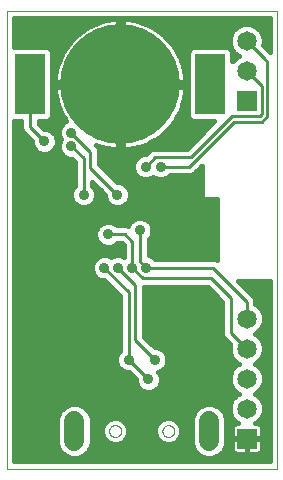
<source format=gbl>
G75*
%MOIN*%
%OFA0B0*%
%FSLAX25Y25*%
%IPPOS*%
%LPD*%
%AMOC8*
5,1,8,0,0,1.08239X$1,22.5*
%
%ADD10C,0.00000*%
%ADD11C,0.06600*%
%ADD12R,0.06500X0.06500*%
%ADD13C,0.06500*%
%ADD14C,0.40000*%
%ADD15R,0.10000X0.20000*%
%ADD16C,0.01600*%
%ADD17C,0.03562*%
%ADD18C,0.01000*%
D10*
X0022622Y0058041D02*
X0022622Y0210541D01*
X0112622Y0210541D01*
X0112622Y0058041D01*
X0022622Y0058041D01*
X0056795Y0070541D02*
X0056797Y0070629D01*
X0056803Y0070717D01*
X0056813Y0070805D01*
X0056827Y0070893D01*
X0056844Y0070979D01*
X0056866Y0071065D01*
X0056891Y0071149D01*
X0056921Y0071233D01*
X0056953Y0071315D01*
X0056990Y0071395D01*
X0057030Y0071474D01*
X0057074Y0071551D01*
X0057121Y0071626D01*
X0057171Y0071698D01*
X0057225Y0071769D01*
X0057281Y0071836D01*
X0057341Y0071902D01*
X0057403Y0071964D01*
X0057469Y0072024D01*
X0057536Y0072080D01*
X0057607Y0072134D01*
X0057679Y0072184D01*
X0057754Y0072231D01*
X0057831Y0072275D01*
X0057910Y0072315D01*
X0057990Y0072352D01*
X0058072Y0072384D01*
X0058156Y0072414D01*
X0058240Y0072439D01*
X0058326Y0072461D01*
X0058412Y0072478D01*
X0058500Y0072492D01*
X0058588Y0072502D01*
X0058676Y0072508D01*
X0058764Y0072510D01*
X0058852Y0072508D01*
X0058940Y0072502D01*
X0059028Y0072492D01*
X0059116Y0072478D01*
X0059202Y0072461D01*
X0059288Y0072439D01*
X0059372Y0072414D01*
X0059456Y0072384D01*
X0059538Y0072352D01*
X0059618Y0072315D01*
X0059697Y0072275D01*
X0059774Y0072231D01*
X0059849Y0072184D01*
X0059921Y0072134D01*
X0059992Y0072080D01*
X0060059Y0072024D01*
X0060125Y0071964D01*
X0060187Y0071902D01*
X0060247Y0071836D01*
X0060303Y0071769D01*
X0060357Y0071698D01*
X0060407Y0071626D01*
X0060454Y0071551D01*
X0060498Y0071474D01*
X0060538Y0071395D01*
X0060575Y0071315D01*
X0060607Y0071233D01*
X0060637Y0071149D01*
X0060662Y0071065D01*
X0060684Y0070979D01*
X0060701Y0070893D01*
X0060715Y0070805D01*
X0060725Y0070717D01*
X0060731Y0070629D01*
X0060733Y0070541D01*
X0060731Y0070453D01*
X0060725Y0070365D01*
X0060715Y0070277D01*
X0060701Y0070189D01*
X0060684Y0070103D01*
X0060662Y0070017D01*
X0060637Y0069933D01*
X0060607Y0069849D01*
X0060575Y0069767D01*
X0060538Y0069687D01*
X0060498Y0069608D01*
X0060454Y0069531D01*
X0060407Y0069456D01*
X0060357Y0069384D01*
X0060303Y0069313D01*
X0060247Y0069246D01*
X0060187Y0069180D01*
X0060125Y0069118D01*
X0060059Y0069058D01*
X0059992Y0069002D01*
X0059921Y0068948D01*
X0059849Y0068898D01*
X0059774Y0068851D01*
X0059697Y0068807D01*
X0059618Y0068767D01*
X0059538Y0068730D01*
X0059456Y0068698D01*
X0059372Y0068668D01*
X0059288Y0068643D01*
X0059202Y0068621D01*
X0059116Y0068604D01*
X0059028Y0068590D01*
X0058940Y0068580D01*
X0058852Y0068574D01*
X0058764Y0068572D01*
X0058676Y0068574D01*
X0058588Y0068580D01*
X0058500Y0068590D01*
X0058412Y0068604D01*
X0058326Y0068621D01*
X0058240Y0068643D01*
X0058156Y0068668D01*
X0058072Y0068698D01*
X0057990Y0068730D01*
X0057910Y0068767D01*
X0057831Y0068807D01*
X0057754Y0068851D01*
X0057679Y0068898D01*
X0057607Y0068948D01*
X0057536Y0069002D01*
X0057469Y0069058D01*
X0057403Y0069118D01*
X0057341Y0069180D01*
X0057281Y0069246D01*
X0057225Y0069313D01*
X0057171Y0069384D01*
X0057121Y0069456D01*
X0057074Y0069531D01*
X0057030Y0069608D01*
X0056990Y0069687D01*
X0056953Y0069767D01*
X0056921Y0069849D01*
X0056891Y0069933D01*
X0056866Y0070017D01*
X0056844Y0070103D01*
X0056827Y0070189D01*
X0056813Y0070277D01*
X0056803Y0070365D01*
X0056797Y0070453D01*
X0056795Y0070541D01*
X0074511Y0070541D02*
X0074513Y0070629D01*
X0074519Y0070717D01*
X0074529Y0070805D01*
X0074543Y0070893D01*
X0074560Y0070979D01*
X0074582Y0071065D01*
X0074607Y0071149D01*
X0074637Y0071233D01*
X0074669Y0071315D01*
X0074706Y0071395D01*
X0074746Y0071474D01*
X0074790Y0071551D01*
X0074837Y0071626D01*
X0074887Y0071698D01*
X0074941Y0071769D01*
X0074997Y0071836D01*
X0075057Y0071902D01*
X0075119Y0071964D01*
X0075185Y0072024D01*
X0075252Y0072080D01*
X0075323Y0072134D01*
X0075395Y0072184D01*
X0075470Y0072231D01*
X0075547Y0072275D01*
X0075626Y0072315D01*
X0075706Y0072352D01*
X0075788Y0072384D01*
X0075872Y0072414D01*
X0075956Y0072439D01*
X0076042Y0072461D01*
X0076128Y0072478D01*
X0076216Y0072492D01*
X0076304Y0072502D01*
X0076392Y0072508D01*
X0076480Y0072510D01*
X0076568Y0072508D01*
X0076656Y0072502D01*
X0076744Y0072492D01*
X0076832Y0072478D01*
X0076918Y0072461D01*
X0077004Y0072439D01*
X0077088Y0072414D01*
X0077172Y0072384D01*
X0077254Y0072352D01*
X0077334Y0072315D01*
X0077413Y0072275D01*
X0077490Y0072231D01*
X0077565Y0072184D01*
X0077637Y0072134D01*
X0077708Y0072080D01*
X0077775Y0072024D01*
X0077841Y0071964D01*
X0077903Y0071902D01*
X0077963Y0071836D01*
X0078019Y0071769D01*
X0078073Y0071698D01*
X0078123Y0071626D01*
X0078170Y0071551D01*
X0078214Y0071474D01*
X0078254Y0071395D01*
X0078291Y0071315D01*
X0078323Y0071233D01*
X0078353Y0071149D01*
X0078378Y0071065D01*
X0078400Y0070979D01*
X0078417Y0070893D01*
X0078431Y0070805D01*
X0078441Y0070717D01*
X0078447Y0070629D01*
X0078449Y0070541D01*
X0078447Y0070453D01*
X0078441Y0070365D01*
X0078431Y0070277D01*
X0078417Y0070189D01*
X0078400Y0070103D01*
X0078378Y0070017D01*
X0078353Y0069933D01*
X0078323Y0069849D01*
X0078291Y0069767D01*
X0078254Y0069687D01*
X0078214Y0069608D01*
X0078170Y0069531D01*
X0078123Y0069456D01*
X0078073Y0069384D01*
X0078019Y0069313D01*
X0077963Y0069246D01*
X0077903Y0069180D01*
X0077841Y0069118D01*
X0077775Y0069058D01*
X0077708Y0069002D01*
X0077637Y0068948D01*
X0077565Y0068898D01*
X0077490Y0068851D01*
X0077413Y0068807D01*
X0077334Y0068767D01*
X0077254Y0068730D01*
X0077172Y0068698D01*
X0077088Y0068668D01*
X0077004Y0068643D01*
X0076918Y0068621D01*
X0076832Y0068604D01*
X0076744Y0068590D01*
X0076656Y0068580D01*
X0076568Y0068574D01*
X0076480Y0068572D01*
X0076392Y0068574D01*
X0076304Y0068580D01*
X0076216Y0068590D01*
X0076128Y0068604D01*
X0076042Y0068621D01*
X0075956Y0068643D01*
X0075872Y0068668D01*
X0075788Y0068698D01*
X0075706Y0068730D01*
X0075626Y0068767D01*
X0075547Y0068807D01*
X0075470Y0068851D01*
X0075395Y0068898D01*
X0075323Y0068948D01*
X0075252Y0069002D01*
X0075185Y0069058D01*
X0075119Y0069118D01*
X0075057Y0069180D01*
X0074997Y0069246D01*
X0074941Y0069313D01*
X0074887Y0069384D01*
X0074837Y0069456D01*
X0074790Y0069531D01*
X0074746Y0069608D01*
X0074706Y0069687D01*
X0074669Y0069767D01*
X0074637Y0069849D01*
X0074607Y0069933D01*
X0074582Y0070017D01*
X0074560Y0070103D01*
X0074543Y0070189D01*
X0074529Y0070277D01*
X0074519Y0070365D01*
X0074513Y0070453D01*
X0074511Y0070541D01*
D11*
X0090063Y0067241D02*
X0090063Y0073841D01*
X0045181Y0073841D02*
X0045181Y0067241D01*
D12*
X0102622Y0068041D03*
X0102622Y0180541D03*
D13*
X0102622Y0190541D03*
X0102622Y0200541D03*
X0102622Y0108041D03*
X0102622Y0098041D03*
X0102622Y0088041D03*
X0102622Y0078041D03*
D14*
X0060435Y0186166D03*
D15*
X0090435Y0186166D03*
X0030435Y0186166D03*
D16*
X0033335Y0173766D02*
X0035912Y0173766D01*
X0036794Y0174132D01*
X0037469Y0174807D01*
X0037835Y0175689D01*
X0037835Y0196644D01*
X0037469Y0197526D01*
X0036794Y0198201D01*
X0035912Y0198566D01*
X0025022Y0198566D01*
X0025022Y0208141D01*
X0110222Y0208141D01*
X0110222Y0197043D01*
X0109890Y0197375D01*
X0109890Y0197375D01*
X0108327Y0198937D01*
X0108148Y0199117D01*
X0108272Y0199417D01*
X0108272Y0201665D01*
X0107412Y0203742D01*
X0105823Y0205331D01*
X0103746Y0206191D01*
X0101498Y0206191D01*
X0099422Y0205331D01*
X0097832Y0203742D01*
X0096972Y0201665D01*
X0096972Y0199417D01*
X0097832Y0197341D01*
X0099422Y0195752D01*
X0099929Y0195541D01*
X0099422Y0195331D01*
X0097835Y0193744D01*
X0097835Y0196644D01*
X0097469Y0197526D01*
X0096794Y0198201D01*
X0095912Y0198566D01*
X0084957Y0198566D01*
X0084075Y0198201D01*
X0083400Y0197526D01*
X0083035Y0196644D01*
X0083035Y0175689D01*
X0083400Y0174807D01*
X0084075Y0174132D01*
X0084957Y0173766D01*
X0091746Y0173766D01*
X0082671Y0164691D01*
X0071420Y0164691D01*
X0070354Y0164250D01*
X0068952Y0162847D01*
X0068040Y0162847D01*
X0066504Y0162211D01*
X0065328Y0161035D01*
X0064691Y0159498D01*
X0064691Y0157835D01*
X0065328Y0156298D01*
X0066504Y0155122D01*
X0068040Y0154485D01*
X0069704Y0154485D01*
X0071241Y0155122D01*
X0071372Y0155253D01*
X0071504Y0155122D01*
X0073040Y0154485D01*
X0074704Y0154485D01*
X0076241Y0155122D01*
X0076885Y0155766D01*
X0083824Y0155766D01*
X0084890Y0156208D01*
X0087622Y0158940D01*
X0087622Y0148041D01*
X0092622Y0148041D01*
X0092622Y0127537D01*
X0091949Y0127816D01*
X0072198Y0127816D01*
X0071553Y0128461D01*
X0070016Y0129097D01*
X0069897Y0129097D01*
X0069897Y0134403D01*
X0070542Y0135048D01*
X0071178Y0136585D01*
X0071178Y0138248D01*
X0070542Y0139785D01*
X0069366Y0140961D01*
X0067829Y0141597D01*
X0066165Y0141597D01*
X0064629Y0140961D01*
X0063453Y0139785D01*
X0063070Y0138861D01*
X0062574Y0139066D01*
X0059385Y0139066D01*
X0058741Y0139711D01*
X0057204Y0140347D01*
X0055540Y0140347D01*
X0054004Y0139711D01*
X0052828Y0138535D01*
X0052191Y0136998D01*
X0052191Y0135335D01*
X0052828Y0133798D01*
X0054004Y0132622D01*
X0055540Y0131985D01*
X0057204Y0131985D01*
X0058741Y0132622D01*
X0059385Y0133266D01*
X0060796Y0133266D01*
X0061597Y0132465D01*
X0061597Y0128702D01*
X0060641Y0129097D01*
X0058978Y0129097D01*
X0057466Y0128471D01*
X0055954Y0129097D01*
X0054290Y0129097D01*
X0052754Y0128461D01*
X0051578Y0127285D01*
X0050941Y0125748D01*
X0050941Y0124085D01*
X0051578Y0122548D01*
X0052754Y0121372D01*
X0054290Y0120735D01*
X0055202Y0120735D01*
X0060347Y0115590D01*
X0060347Y0097304D01*
X0059703Y0096660D01*
X0059066Y0095123D01*
X0059066Y0093460D01*
X0059703Y0091923D01*
X0060879Y0090747D01*
X0062415Y0090110D01*
X0063327Y0090110D01*
X0065629Y0087809D01*
X0065629Y0086897D01*
X0066265Y0085360D01*
X0067441Y0084184D01*
X0068978Y0083548D01*
X0070641Y0083548D01*
X0072178Y0084184D01*
X0073354Y0085360D01*
X0073991Y0086897D01*
X0073991Y0088561D01*
X0073354Y0090097D01*
X0073191Y0090260D01*
X0074366Y0090747D01*
X0075542Y0091923D01*
X0076178Y0093460D01*
X0076178Y0095123D01*
X0075542Y0096660D01*
X0074366Y0097836D01*
X0072829Y0098472D01*
X0071917Y0098472D01*
X0068335Y0102055D01*
X0068335Y0118579D01*
X0089546Y0118579D01*
X0094410Y0113715D01*
X0094410Y0102777D01*
X0094851Y0101711D01*
X0095667Y0100895D01*
X0097097Y0099466D01*
X0096972Y0099165D01*
X0096972Y0096917D01*
X0097832Y0094841D01*
X0099422Y0093252D01*
X0099929Y0093041D01*
X0099422Y0092831D01*
X0097832Y0091242D01*
X0096972Y0089165D01*
X0096972Y0086917D01*
X0097832Y0084841D01*
X0099422Y0083252D01*
X0099929Y0083041D01*
X0099422Y0082831D01*
X0097832Y0081242D01*
X0096972Y0079165D01*
X0096972Y0076917D01*
X0097832Y0074841D01*
X0099422Y0073252D01*
X0099808Y0073091D01*
X0099135Y0073091D01*
X0098677Y0072969D01*
X0098267Y0072732D01*
X0097932Y0072397D01*
X0097695Y0071986D01*
X0097572Y0071528D01*
X0097572Y0068116D01*
X0102547Y0068116D01*
X0102547Y0067966D01*
X0102697Y0067966D01*
X0102697Y0062991D01*
X0106109Y0062991D01*
X0106567Y0063114D01*
X0106977Y0063351D01*
X0107313Y0063686D01*
X0107549Y0064097D01*
X0107672Y0064554D01*
X0107672Y0067966D01*
X0102697Y0067966D01*
X0102697Y0068116D01*
X0107672Y0068116D01*
X0107672Y0071528D01*
X0107549Y0071986D01*
X0107313Y0072397D01*
X0106977Y0072732D01*
X0106567Y0072969D01*
X0106109Y0073091D01*
X0105436Y0073091D01*
X0105823Y0073252D01*
X0107412Y0074841D01*
X0108272Y0076917D01*
X0108272Y0079165D01*
X0107412Y0081242D01*
X0105823Y0082831D01*
X0105315Y0083041D01*
X0105823Y0083252D01*
X0107412Y0084841D01*
X0108272Y0086917D01*
X0108272Y0089165D01*
X0107412Y0091242D01*
X0105823Y0092831D01*
X0105315Y0093041D01*
X0105823Y0093252D01*
X0107412Y0094841D01*
X0108272Y0096917D01*
X0108272Y0099165D01*
X0107412Y0101242D01*
X0105823Y0102831D01*
X0105315Y0103041D01*
X0105823Y0103252D01*
X0107412Y0104841D01*
X0108272Y0106917D01*
X0108272Y0109165D01*
X0107412Y0111242D01*
X0105823Y0112831D01*
X0105522Y0112956D01*
X0105522Y0114243D01*
X0105081Y0115309D01*
X0099848Y0120541D01*
X0110222Y0120541D01*
X0110222Y0060441D01*
X0025022Y0060441D01*
X0025022Y0173766D01*
X0027535Y0173766D01*
X0027535Y0171214D01*
X0027976Y0170149D01*
X0030941Y0167184D01*
X0030941Y0166272D01*
X0031578Y0164735D01*
X0032754Y0163559D01*
X0034290Y0162923D01*
X0035954Y0162923D01*
X0037491Y0163559D01*
X0038667Y0164735D01*
X0039303Y0166272D01*
X0039303Y0167936D01*
X0038667Y0169472D01*
X0037491Y0170648D01*
X0035954Y0171285D01*
X0035042Y0171285D01*
X0033335Y0172993D01*
X0033335Y0173766D01*
X0033335Y0173134D02*
X0041490Y0173134D01*
X0041816Y0173461D02*
X0040640Y0172285D01*
X0040004Y0170748D01*
X0040004Y0169085D01*
X0040565Y0167729D01*
X0040004Y0166373D01*
X0040004Y0164710D01*
X0040640Y0163173D01*
X0041816Y0161997D01*
X0043353Y0161360D01*
X0044265Y0161360D01*
X0045347Y0160278D01*
X0045347Y0152304D01*
X0044703Y0151660D01*
X0044066Y0150123D01*
X0044066Y0148460D01*
X0044703Y0146923D01*
X0045879Y0145747D01*
X0047415Y0145110D01*
X0049079Y0145110D01*
X0050616Y0145747D01*
X0051792Y0146923D01*
X0052428Y0148460D01*
X0052428Y0150123D01*
X0051792Y0151660D01*
X0051147Y0152304D01*
X0051147Y0153540D01*
X0055316Y0149371D01*
X0055316Y0148460D01*
X0055953Y0146923D01*
X0057129Y0145747D01*
X0058665Y0145110D01*
X0060329Y0145110D01*
X0061866Y0145747D01*
X0063042Y0146923D01*
X0063678Y0148460D01*
X0063678Y0150123D01*
X0063042Y0151660D01*
X0061866Y0152836D01*
X0060329Y0153472D01*
X0059417Y0153472D01*
X0053335Y0159555D01*
X0053335Y0164243D01*
X0052893Y0165309D01*
X0052236Y0165966D01*
X0052883Y0165698D01*
X0054513Y0165169D01*
X0056178Y0164769D01*
X0057870Y0164501D01*
X0059578Y0164366D01*
X0059635Y0164366D01*
X0059635Y0185366D01*
X0061235Y0185366D01*
X0061235Y0186966D01*
X0082235Y0186966D01*
X0082235Y0187023D01*
X0082100Y0188731D01*
X0081832Y0190423D01*
X0081432Y0192088D01*
X0080903Y0193718D01*
X0080247Y0195300D01*
X0079470Y0196826D01*
X0078575Y0198287D01*
X0077568Y0199673D01*
X0076455Y0200976D01*
X0075244Y0202187D01*
X0073941Y0203299D01*
X0072555Y0204306D01*
X0071095Y0205201D01*
X0069568Y0205979D01*
X0067986Y0206635D01*
X0066357Y0207164D01*
X0064691Y0207564D01*
X0062999Y0207832D01*
X0061291Y0207966D01*
X0061235Y0207966D01*
X0061235Y0186966D01*
X0059635Y0186966D01*
X0059635Y0185366D01*
X0038635Y0185366D01*
X0038635Y0185310D01*
X0038769Y0183602D01*
X0039037Y0181910D01*
X0039437Y0180244D01*
X0039966Y0178615D01*
X0040622Y0177033D01*
X0041400Y0175506D01*
X0042295Y0174046D01*
X0042511Y0173748D01*
X0041816Y0173461D01*
X0041874Y0174733D02*
X0037395Y0174733D01*
X0037835Y0176331D02*
X0040979Y0176331D01*
X0040250Y0177930D02*
X0037835Y0177930D01*
X0037835Y0179528D02*
X0039670Y0179528D01*
X0039225Y0181127D02*
X0037835Y0181127D01*
X0037835Y0182725D02*
X0038908Y0182725D01*
X0038712Y0184324D02*
X0037835Y0184324D01*
X0037835Y0185922D02*
X0059635Y0185922D01*
X0059635Y0186966D02*
X0038635Y0186966D01*
X0038635Y0187023D01*
X0038769Y0188731D01*
X0039037Y0190423D01*
X0039437Y0192088D01*
X0039966Y0193718D01*
X0040622Y0195300D01*
X0041400Y0196826D01*
X0042295Y0198287D01*
X0043302Y0199673D01*
X0044414Y0200976D01*
X0045625Y0202187D01*
X0046928Y0203299D01*
X0048314Y0204306D01*
X0049775Y0205201D01*
X0051301Y0205979D01*
X0052883Y0206635D01*
X0054513Y0207164D01*
X0056178Y0207564D01*
X0057870Y0207832D01*
X0059578Y0207966D01*
X0059635Y0207966D01*
X0059635Y0186966D01*
X0059635Y0187521D02*
X0061235Y0187521D01*
X0061235Y0189119D02*
X0059635Y0189119D01*
X0059635Y0190718D02*
X0061235Y0190718D01*
X0061235Y0192316D02*
X0059635Y0192316D01*
X0059635Y0193915D02*
X0061235Y0193915D01*
X0061235Y0195513D02*
X0059635Y0195513D01*
X0059635Y0197112D02*
X0061235Y0197112D01*
X0061235Y0198710D02*
X0059635Y0198710D01*
X0059635Y0200309D02*
X0061235Y0200309D01*
X0061235Y0201907D02*
X0059635Y0201907D01*
X0059635Y0203506D02*
X0061235Y0203506D01*
X0061235Y0205104D02*
X0059635Y0205104D01*
X0059635Y0206703D02*
X0061235Y0206703D01*
X0067776Y0206703D02*
X0110222Y0206703D01*
X0110222Y0205104D02*
X0106049Y0205104D01*
X0107510Y0203506D02*
X0110222Y0203506D01*
X0110222Y0201907D02*
X0108172Y0201907D01*
X0108272Y0200309D02*
X0110222Y0200309D01*
X0110222Y0198710D02*
X0108554Y0198710D01*
X0110153Y0197112D02*
X0110222Y0197112D01*
X0099861Y0195513D02*
X0097835Y0195513D01*
X0097835Y0193915D02*
X0098005Y0193915D01*
X0098061Y0197112D02*
X0097641Y0197112D01*
X0097265Y0198710D02*
X0078267Y0198710D01*
X0079295Y0197112D02*
X0083229Y0197112D01*
X0083035Y0195513D02*
X0080139Y0195513D01*
X0080821Y0193915D02*
X0083035Y0193915D01*
X0083035Y0192316D02*
X0081358Y0192316D01*
X0081761Y0190718D02*
X0083035Y0190718D01*
X0083035Y0189119D02*
X0082039Y0189119D01*
X0082195Y0187521D02*
X0083035Y0187521D01*
X0083035Y0185922D02*
X0061235Y0185922D01*
X0061235Y0185366D02*
X0082235Y0185366D01*
X0082235Y0185310D01*
X0082100Y0183602D01*
X0081832Y0181910D01*
X0081432Y0180244D01*
X0080903Y0178615D01*
X0080247Y0177033D01*
X0079470Y0175506D01*
X0078575Y0174046D01*
X0077568Y0172660D01*
X0076455Y0171357D01*
X0075244Y0170146D01*
X0073941Y0169033D01*
X0072555Y0168026D01*
X0071095Y0167131D01*
X0069568Y0166354D01*
X0067986Y0165698D01*
X0066357Y0165169D01*
X0064691Y0164769D01*
X0062999Y0164501D01*
X0061291Y0164366D01*
X0061235Y0164366D01*
X0061235Y0185366D01*
X0061235Y0184324D02*
X0059635Y0184324D01*
X0059635Y0182725D02*
X0061235Y0182725D01*
X0061235Y0181127D02*
X0059635Y0181127D01*
X0059635Y0179528D02*
X0061235Y0179528D01*
X0061235Y0177930D02*
X0059635Y0177930D01*
X0059635Y0176331D02*
X0061235Y0176331D01*
X0061235Y0174733D02*
X0059635Y0174733D01*
X0059635Y0173134D02*
X0061235Y0173134D01*
X0061235Y0171536D02*
X0059635Y0171536D01*
X0059635Y0169937D02*
X0061235Y0169937D01*
X0061235Y0168339D02*
X0059635Y0168339D01*
X0059635Y0166740D02*
X0061235Y0166740D01*
X0061235Y0165142D02*
X0059635Y0165142D01*
X0054625Y0165142D02*
X0052963Y0165142D01*
X0053335Y0163543D02*
X0069648Y0163543D01*
X0070327Y0166740D02*
X0084720Y0166740D01*
X0086318Y0168339D02*
X0072985Y0168339D01*
X0075000Y0169937D02*
X0087917Y0169937D01*
X0089515Y0171536D02*
X0076608Y0171536D01*
X0077913Y0173134D02*
X0091114Y0173134D01*
X0083474Y0174733D02*
X0078996Y0174733D01*
X0079890Y0176331D02*
X0083035Y0176331D01*
X0083035Y0177930D02*
X0080619Y0177930D01*
X0081200Y0179528D02*
X0083035Y0179528D01*
X0083035Y0181127D02*
X0081644Y0181127D01*
X0081961Y0182725D02*
X0083035Y0182725D01*
X0083035Y0184324D02*
X0082157Y0184324D01*
X0077025Y0200309D02*
X0096972Y0200309D01*
X0097072Y0201907D02*
X0075523Y0201907D01*
X0073657Y0203506D02*
X0097735Y0203506D01*
X0099195Y0205104D02*
X0071253Y0205104D01*
X0053093Y0206703D02*
X0025022Y0206703D01*
X0025022Y0205104D02*
X0049616Y0205104D01*
X0047212Y0203506D02*
X0025022Y0203506D01*
X0025022Y0201907D02*
X0045346Y0201907D01*
X0043845Y0200309D02*
X0025022Y0200309D01*
X0025022Y0198710D02*
X0042602Y0198710D01*
X0041574Y0197112D02*
X0037641Y0197112D01*
X0037835Y0195513D02*
X0040730Y0195513D01*
X0040048Y0193915D02*
X0037835Y0193915D01*
X0037835Y0192316D02*
X0039511Y0192316D01*
X0039108Y0190718D02*
X0037835Y0190718D01*
X0037835Y0189119D02*
X0038831Y0189119D01*
X0038674Y0187521D02*
X0037835Y0187521D01*
X0040330Y0171536D02*
X0034792Y0171536D01*
X0038202Y0169937D02*
X0040004Y0169937D01*
X0040313Y0168339D02*
X0039136Y0168339D01*
X0039303Y0166740D02*
X0040156Y0166740D01*
X0040004Y0165142D02*
X0038835Y0165142D01*
X0037452Y0163543D02*
X0040487Y0163543D01*
X0041942Y0161945D02*
X0025022Y0161945D01*
X0025022Y0163543D02*
X0032793Y0163543D01*
X0031409Y0165142D02*
X0025022Y0165142D01*
X0025022Y0166740D02*
X0030941Y0166740D01*
X0029786Y0168339D02*
X0025022Y0168339D01*
X0025022Y0169937D02*
X0028188Y0169937D01*
X0027535Y0171536D02*
X0025022Y0171536D01*
X0025022Y0173134D02*
X0027535Y0173134D01*
X0025022Y0160346D02*
X0045279Y0160346D01*
X0045347Y0158748D02*
X0025022Y0158748D01*
X0025022Y0157149D02*
X0045347Y0157149D01*
X0045347Y0155551D02*
X0025022Y0155551D01*
X0025022Y0153952D02*
X0045347Y0153952D01*
X0045347Y0152354D02*
X0025022Y0152354D01*
X0025022Y0150755D02*
X0044328Y0150755D01*
X0044066Y0149156D02*
X0025022Y0149156D01*
X0025022Y0147558D02*
X0044440Y0147558D01*
X0045666Y0145959D02*
X0025022Y0145959D01*
X0025022Y0144361D02*
X0092622Y0144361D01*
X0092622Y0145959D02*
X0062078Y0145959D01*
X0063305Y0147558D02*
X0092622Y0147558D01*
X0092622Y0142762D02*
X0025022Y0142762D01*
X0025022Y0141164D02*
X0065119Y0141164D01*
X0063362Y0139565D02*
X0058886Y0139565D01*
X0056916Y0145959D02*
X0050828Y0145959D01*
X0052055Y0147558D02*
X0055690Y0147558D01*
X0055316Y0149156D02*
X0052428Y0149156D01*
X0052166Y0150755D02*
X0053932Y0150755D01*
X0052334Y0152354D02*
X0051147Y0152354D01*
X0055741Y0157149D02*
X0064975Y0157149D01*
X0064691Y0158748D02*
X0054142Y0158748D01*
X0053335Y0160346D02*
X0065042Y0160346D01*
X0066237Y0161945D02*
X0053335Y0161945D01*
X0057339Y0155551D02*
X0066075Y0155551D01*
X0062348Y0152354D02*
X0087622Y0152354D01*
X0087622Y0153952D02*
X0058938Y0153952D01*
X0063416Y0150755D02*
X0087622Y0150755D01*
X0087622Y0149156D02*
X0063678Y0149156D01*
X0068875Y0141164D02*
X0092622Y0141164D01*
X0092622Y0139565D02*
X0070633Y0139565D01*
X0071178Y0137967D02*
X0092622Y0137967D01*
X0092622Y0136368D02*
X0071089Y0136368D01*
X0070264Y0134770D02*
X0092622Y0134770D01*
X0092622Y0133171D02*
X0069897Y0133171D01*
X0069897Y0131573D02*
X0092622Y0131573D01*
X0092622Y0129974D02*
X0069897Y0129974D01*
X0071638Y0128376D02*
X0092622Y0128376D01*
X0090939Y0117186D02*
X0068335Y0117186D01*
X0068335Y0115588D02*
X0092537Y0115588D01*
X0094136Y0113989D02*
X0068335Y0113989D01*
X0068335Y0112391D02*
X0094410Y0112391D01*
X0094410Y0110792D02*
X0068335Y0110792D01*
X0068335Y0109194D02*
X0094410Y0109194D01*
X0094410Y0107595D02*
X0068335Y0107595D01*
X0068335Y0105997D02*
X0094410Y0105997D01*
X0094410Y0104398D02*
X0068335Y0104398D01*
X0068335Y0102800D02*
X0094410Y0102800D01*
X0095361Y0101201D02*
X0069189Y0101201D01*
X0070787Y0099603D02*
X0096960Y0099603D01*
X0096972Y0098004D02*
X0073959Y0098004D01*
X0075647Y0096406D02*
X0097184Y0096406D01*
X0097866Y0094807D02*
X0076178Y0094807D01*
X0076074Y0093209D02*
X0099525Y0093209D01*
X0098201Y0091610D02*
X0075229Y0091610D01*
X0073991Y0088413D02*
X0096972Y0088413D01*
X0097015Y0086815D02*
X0073957Y0086815D01*
X0073210Y0085216D02*
X0097677Y0085216D01*
X0099056Y0083618D02*
X0070810Y0083618D01*
X0068810Y0083618D02*
X0025022Y0083618D01*
X0025022Y0085216D02*
X0066409Y0085216D01*
X0065663Y0086815D02*
X0025022Y0086815D01*
X0025022Y0088413D02*
X0065024Y0088413D01*
X0063426Y0090012D02*
X0025022Y0090012D01*
X0025022Y0091610D02*
X0060015Y0091610D01*
X0059170Y0093209D02*
X0025022Y0093209D01*
X0025022Y0094807D02*
X0059066Y0094807D01*
X0059597Y0096406D02*
X0025022Y0096406D01*
X0025022Y0098004D02*
X0060347Y0098004D01*
X0060347Y0099603D02*
X0025022Y0099603D01*
X0025022Y0101201D02*
X0060347Y0101201D01*
X0060347Y0102800D02*
X0025022Y0102800D01*
X0025022Y0104398D02*
X0060347Y0104398D01*
X0060347Y0105997D02*
X0025022Y0105997D01*
X0025022Y0107595D02*
X0060347Y0107595D01*
X0060347Y0109194D02*
X0025022Y0109194D01*
X0025022Y0110792D02*
X0060347Y0110792D01*
X0060347Y0112391D02*
X0025022Y0112391D01*
X0025022Y0113989D02*
X0060347Y0113989D01*
X0060347Y0115588D02*
X0025022Y0115588D01*
X0025022Y0117186D02*
X0058751Y0117186D01*
X0057153Y0118785D02*
X0025022Y0118785D01*
X0025022Y0120383D02*
X0055554Y0120383D01*
X0052144Y0121982D02*
X0025022Y0121982D01*
X0025022Y0123580D02*
X0051150Y0123580D01*
X0050941Y0125179D02*
X0025022Y0125179D01*
X0025022Y0126777D02*
X0051367Y0126777D01*
X0052669Y0128376D02*
X0025022Y0128376D01*
X0025022Y0129974D02*
X0061597Y0129974D01*
X0061597Y0131573D02*
X0025022Y0131573D01*
X0025022Y0133171D02*
X0053454Y0133171D01*
X0052425Y0134770D02*
X0025022Y0134770D01*
X0025022Y0136368D02*
X0052191Y0136368D01*
X0052592Y0137967D02*
X0025022Y0137967D01*
X0025022Y0139565D02*
X0053858Y0139565D01*
X0059290Y0133171D02*
X0060891Y0133171D01*
X0076669Y0155551D02*
X0087622Y0155551D01*
X0087622Y0157149D02*
X0085831Y0157149D01*
X0087430Y0158748D02*
X0087622Y0158748D01*
X0083121Y0165142D02*
X0066244Y0165142D01*
X0100006Y0120383D02*
X0110222Y0120383D01*
X0110222Y0118785D02*
X0101605Y0118785D01*
X0103203Y0117186D02*
X0110222Y0117186D01*
X0110222Y0115588D02*
X0104802Y0115588D01*
X0105522Y0113989D02*
X0110222Y0113989D01*
X0110222Y0112391D02*
X0106263Y0112391D01*
X0107598Y0110792D02*
X0110222Y0110792D01*
X0110222Y0109194D02*
X0108260Y0109194D01*
X0108272Y0107595D02*
X0110222Y0107595D01*
X0110222Y0105997D02*
X0107891Y0105997D01*
X0106969Y0104398D02*
X0110222Y0104398D01*
X0110222Y0102800D02*
X0105854Y0102800D01*
X0107429Y0101201D02*
X0110222Y0101201D01*
X0110222Y0099603D02*
X0108091Y0099603D01*
X0108272Y0098004D02*
X0110222Y0098004D01*
X0110222Y0096406D02*
X0108060Y0096406D01*
X0107378Y0094807D02*
X0110222Y0094807D01*
X0110222Y0093209D02*
X0105719Y0093209D01*
X0107044Y0091610D02*
X0110222Y0091610D01*
X0110222Y0090012D02*
X0107922Y0090012D01*
X0108272Y0088413D02*
X0110222Y0088413D01*
X0110222Y0086815D02*
X0108230Y0086815D01*
X0107567Y0085216D02*
X0110222Y0085216D01*
X0110222Y0083618D02*
X0106189Y0083618D01*
X0106635Y0082019D02*
X0110222Y0082019D01*
X0110222Y0080420D02*
X0107752Y0080420D01*
X0108272Y0078822D02*
X0110222Y0078822D01*
X0110222Y0077223D02*
X0108272Y0077223D01*
X0107737Y0075625D02*
X0110222Y0075625D01*
X0110222Y0074026D02*
X0106598Y0074026D01*
X0107281Y0072428D02*
X0110222Y0072428D01*
X0110222Y0070829D02*
X0107672Y0070829D01*
X0107672Y0069231D02*
X0110222Y0069231D01*
X0110222Y0067632D02*
X0107672Y0067632D01*
X0107672Y0066034D02*
X0110222Y0066034D01*
X0110222Y0064435D02*
X0107640Y0064435D01*
X0110222Y0062837D02*
X0093720Y0062837D01*
X0093292Y0062409D02*
X0094895Y0064013D01*
X0095763Y0066108D01*
X0095763Y0074975D01*
X0094895Y0077070D01*
X0093292Y0078674D01*
X0091197Y0079541D01*
X0088929Y0079541D01*
X0086834Y0078674D01*
X0085231Y0077070D01*
X0084363Y0074975D01*
X0084363Y0066108D01*
X0085231Y0064013D01*
X0086834Y0062409D01*
X0088929Y0061541D01*
X0091197Y0061541D01*
X0093292Y0062409D01*
X0095070Y0064435D02*
X0097604Y0064435D01*
X0097572Y0064554D02*
X0097695Y0064097D01*
X0097932Y0063686D01*
X0098267Y0063351D01*
X0098677Y0063114D01*
X0099135Y0062991D01*
X0102547Y0062991D01*
X0102547Y0067966D01*
X0097572Y0067966D01*
X0097572Y0064554D01*
X0097572Y0066034D02*
X0095733Y0066034D01*
X0095763Y0067632D02*
X0097572Y0067632D01*
X0097572Y0069231D02*
X0095763Y0069231D01*
X0095763Y0070829D02*
X0097572Y0070829D01*
X0097963Y0072428D02*
X0095763Y0072428D01*
X0095763Y0074026D02*
X0098647Y0074026D01*
X0097508Y0075625D02*
X0095494Y0075625D01*
X0094742Y0077223D02*
X0096972Y0077223D01*
X0096972Y0078822D02*
X0092934Y0078822D01*
X0097492Y0080420D02*
X0025022Y0080420D01*
X0025022Y0078822D02*
X0042311Y0078822D01*
X0041952Y0078674D02*
X0040349Y0077070D01*
X0039481Y0074975D01*
X0039481Y0066108D01*
X0040349Y0064013D01*
X0041952Y0062409D01*
X0044047Y0061541D01*
X0046315Y0061541D01*
X0048410Y0062409D01*
X0050013Y0064013D01*
X0050881Y0066108D01*
X0050881Y0074975D01*
X0050013Y0077070D01*
X0048410Y0078674D01*
X0046315Y0079541D01*
X0044047Y0079541D01*
X0041952Y0078674D01*
X0040502Y0077223D02*
X0025022Y0077223D01*
X0025022Y0075625D02*
X0039750Y0075625D01*
X0039481Y0074026D02*
X0025022Y0074026D01*
X0025022Y0072428D02*
X0039481Y0072428D01*
X0039481Y0070829D02*
X0025022Y0070829D01*
X0025022Y0069231D02*
X0039481Y0069231D01*
X0039481Y0067632D02*
X0025022Y0067632D01*
X0025022Y0066034D02*
X0039512Y0066034D01*
X0040174Y0064435D02*
X0025022Y0064435D01*
X0025022Y0062837D02*
X0041525Y0062837D01*
X0048838Y0062837D02*
X0086407Y0062837D01*
X0085056Y0064435D02*
X0050189Y0064435D01*
X0050851Y0066034D02*
X0084394Y0066034D01*
X0084363Y0067632D02*
X0079750Y0067632D01*
X0080184Y0068067D02*
X0080849Y0069672D01*
X0080849Y0071410D01*
X0080184Y0073016D01*
X0078955Y0074245D01*
X0077349Y0074910D01*
X0075611Y0074910D01*
X0074006Y0074245D01*
X0072777Y0073016D01*
X0072112Y0071410D01*
X0072112Y0069672D01*
X0072777Y0068067D01*
X0074006Y0066838D01*
X0075611Y0066173D01*
X0077349Y0066173D01*
X0078955Y0066838D01*
X0080184Y0068067D01*
X0080666Y0069231D02*
X0084363Y0069231D01*
X0084363Y0070829D02*
X0080849Y0070829D01*
X0080427Y0072428D02*
X0084363Y0072428D01*
X0084363Y0074026D02*
X0079173Y0074026D01*
X0073788Y0074026D02*
X0061457Y0074026D01*
X0061238Y0074245D02*
X0059633Y0074910D01*
X0057895Y0074910D01*
X0056289Y0074245D01*
X0055060Y0073016D01*
X0054395Y0071410D01*
X0054395Y0069672D01*
X0055060Y0068067D01*
X0056289Y0066838D01*
X0057895Y0066173D01*
X0059633Y0066173D01*
X0061238Y0066838D01*
X0062467Y0068067D01*
X0063132Y0069672D01*
X0063132Y0071410D01*
X0062467Y0073016D01*
X0061238Y0074245D01*
X0062711Y0072428D02*
X0072533Y0072428D01*
X0072112Y0070829D02*
X0063132Y0070829D01*
X0062950Y0069231D02*
X0072295Y0069231D01*
X0073211Y0067632D02*
X0062033Y0067632D01*
X0056071Y0074026D02*
X0050881Y0074026D01*
X0050881Y0072428D02*
X0054817Y0072428D01*
X0054395Y0070829D02*
X0050881Y0070829D01*
X0050881Y0069231D02*
X0054578Y0069231D01*
X0055495Y0067632D02*
X0050881Y0067632D01*
X0050612Y0075625D02*
X0084632Y0075625D01*
X0085384Y0077223D02*
X0049860Y0077223D01*
X0048052Y0078822D02*
X0087193Y0078822D01*
X0097323Y0090012D02*
X0073390Y0090012D01*
X0098610Y0082019D02*
X0025022Y0082019D01*
X0025022Y0061238D02*
X0110222Y0061238D01*
X0102697Y0064435D02*
X0102547Y0064435D01*
X0102547Y0066034D02*
X0102697Y0066034D01*
X0102697Y0067632D02*
X0102547Y0067632D01*
D17*
X0089497Y0083666D03*
X0080122Y0061791D03*
X0067622Y0061791D03*
X0055122Y0061791D03*
X0069810Y0087729D03*
X0071997Y0094291D03*
X0063247Y0094291D03*
X0056372Y0105541D03*
X0055122Y0116791D03*
X0055122Y0124916D03*
X0059810Y0124916D03*
X0064497Y0124916D03*
X0069185Y0124916D03*
X0066997Y0137416D03*
X0059497Y0149291D03*
X0056372Y0136166D03*
X0049497Y0124916D03*
X0037622Y0113041D03*
X0027622Y0123666D03*
X0027622Y0133041D03*
X0044185Y0165541D03*
X0044185Y0169916D03*
X0035122Y0167104D03*
X0048247Y0149291D03*
X0056372Y0163666D03*
X0068872Y0158666D03*
X0073872Y0158666D03*
X0090435Y0137416D03*
X0077622Y0116791D03*
X0106997Y0117416D03*
X0093122Y0200541D03*
X0063122Y0200541D03*
X0038872Y0095541D03*
D18*
X0063247Y0116791D02*
X0055122Y0124916D01*
X0059810Y0124916D02*
X0065435Y0119291D01*
X0065435Y0100854D01*
X0071997Y0094291D01*
X0069810Y0087729D02*
X0063247Y0094291D01*
X0063247Y0116791D01*
X0067935Y0121479D02*
X0064497Y0124916D01*
X0064497Y0133666D01*
X0061997Y0136166D01*
X0056372Y0136166D01*
X0059497Y0149291D02*
X0050435Y0158354D01*
X0050435Y0163666D01*
X0044185Y0169916D01*
X0044185Y0165541D02*
X0048247Y0161479D01*
X0048247Y0149291D01*
X0035122Y0167104D02*
X0030435Y0171791D01*
X0030435Y0186166D01*
X0066997Y0137416D02*
X0066997Y0127104D01*
X0069185Y0124916D01*
X0091372Y0124916D01*
X0102622Y0113666D01*
X0102622Y0108041D01*
X0097310Y0103354D02*
X0097310Y0114916D01*
X0090747Y0121479D01*
X0067935Y0121479D01*
X0068872Y0158666D02*
X0071997Y0161791D01*
X0083872Y0161791D01*
X0097622Y0175541D01*
X0106997Y0175541D01*
X0107622Y0176166D01*
X0107622Y0185541D01*
X0102622Y0190541D01*
X0108247Y0194916D02*
X0106685Y0196479D01*
X0102622Y0200541D01*
X0108247Y0194916D02*
X0109497Y0193666D01*
X0109497Y0175541D01*
X0107622Y0173666D01*
X0098247Y0173666D01*
X0083247Y0158666D01*
X0073872Y0158666D01*
X0097310Y0103354D02*
X0102622Y0098041D01*
M02*

</source>
